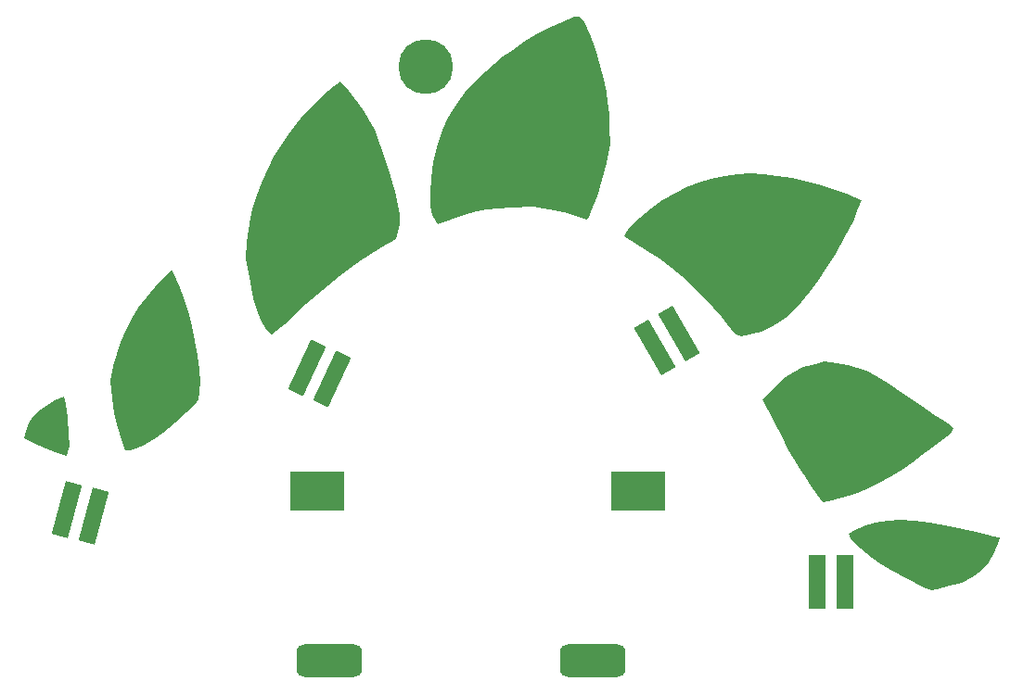
<source format=gbr>
%TF.GenerationSoftware,KiCad,Pcbnew,6.0.7-f9a2dced07~116~ubuntu20.04.1*%
%TF.CreationDate,2022-09-11T18:48:07+02:00*%
%TF.ProjectId,demoDino,64656d6f-4469-46e6-9f2e-6b696361645f,rev?*%
%TF.SameCoordinates,Original*%
%TF.FileFunction,Soldermask,Bot*%
%TF.FilePolarity,Negative*%
%FSLAX46Y46*%
G04 Gerber Fmt 4.6, Leading zero omitted, Abs format (unit mm)*
G04 Created by KiCad (PCBNEW 6.0.7-f9a2dced07~116~ubuntu20.04.1) date 2022-09-11 18:48:07*
%MOMM*%
%LPD*%
G01*
G04 APERTURE LIST*
G04 Aperture macros list*
%AMRoundRect*
0 Rectangle with rounded corners*
0 $1 Rounding radius*
0 $2 $3 $4 $5 $6 $7 $8 $9 X,Y pos of 4 corners*
0 Add a 4 corners polygon primitive as box body*
4,1,4,$2,$3,$4,$5,$6,$7,$8,$9,$2,$3,0*
0 Add four circle primitives for the rounded corners*
1,1,$1+$1,$2,$3*
1,1,$1+$1,$4,$5*
1,1,$1+$1,$6,$7*
1,1,$1+$1,$8,$9*
0 Add four rect primitives between the rounded corners*
20,1,$1+$1,$2,$3,$4,$5,0*
20,1,$1+$1,$4,$5,$6,$7,0*
20,1,$1+$1,$6,$7,$8,$9,0*
20,1,$1+$1,$8,$9,$2,$3,0*%
%AMRotRect*
0 Rectangle, with rotation*
0 The origin of the aperture is its center*
0 $1 length*
0 $2 width*
0 $3 Rotation angle, in degrees counterclockwise*
0 Add horizontal line*
21,1,$1,$2,0,0,$3*%
G04 Aperture macros list end*
%ADD10C,5.000000*%
%ADD11RotRect,1.524000X5.000000X345.000000*%
%ADD12R,5.000000X3.600000*%
%ADD13RoundRect,0.750000X2.250000X0.750000X-2.250000X0.750000X-2.250000X-0.750000X2.250000X-0.750000X0*%
%ADD14RotRect,1.524000X5.000000X30.000000*%
%ADD15R,1.524000X5.000000*%
%ADD16RotRect,1.524000X5.000000X335.000000*%
G04 APERTURE END LIST*
%TO.C,svg2mod*%
G36*
X57355540Y-50209368D02*
G01*
X57785009Y-51161971D01*
X58194898Y-52298513D01*
X58574969Y-53565594D01*
X58914982Y-54909812D01*
X59204698Y-56277767D01*
X59433879Y-57616057D01*
X59592284Y-58871281D01*
X59669674Y-59990038D01*
X59655811Y-60918928D01*
X59540455Y-61604549D01*
X59208647Y-62052974D01*
X58464361Y-62802737D01*
X57448494Y-63720366D01*
X56301945Y-64672388D01*
X55474204Y-65224504D01*
X54442630Y-65791042D01*
X53336563Y-66284727D01*
X52845192Y-66217944D01*
X52579963Y-65537881D01*
X52336104Y-64718512D01*
X52076690Y-63914028D01*
X51835537Y-62885065D01*
X51635585Y-61525990D01*
X51464972Y-59931835D01*
X51766149Y-58566970D01*
X52060360Y-57436358D01*
X52437100Y-56335732D01*
X52895610Y-55266423D01*
X53435136Y-54229760D01*
X54054919Y-53227075D01*
X54754205Y-52259699D01*
X55532235Y-51328963D01*
X56388254Y-50436197D01*
X57109033Y-49732677D01*
X57355540Y-50209368D01*
G37*
G36*
X94779290Y-27163753D02*
G01*
X95293089Y-28263185D01*
X95746141Y-29560507D01*
X96191842Y-31138069D01*
X96516619Y-32394264D01*
X96743772Y-33454895D01*
X96896605Y-34445768D01*
X96998418Y-35492688D01*
X97072514Y-36721458D01*
X97152613Y-38325222D01*
X96768808Y-39969164D01*
X96365679Y-41508360D01*
X95897920Y-43027390D01*
X95458034Y-44247134D01*
X95138523Y-44888472D01*
X94923189Y-45132649D01*
X93963625Y-44795525D01*
X92861928Y-44483367D01*
X91560637Y-44206263D01*
X90117212Y-43954124D01*
X88096417Y-44047045D01*
X86898068Y-44131401D01*
X85778342Y-44262287D01*
X84914141Y-44419024D01*
X84914143Y-44419024D01*
X83746072Y-44743031D01*
X82568745Y-45130159D01*
X81384828Y-45562235D01*
X81173586Y-45350995D01*
X80871749Y-44778451D01*
X80711691Y-43868060D01*
X80684168Y-42703266D01*
X80779940Y-41367511D01*
X80989762Y-39944239D01*
X81304394Y-38516892D01*
X81714592Y-37168914D01*
X82211115Y-35983748D01*
X82707700Y-35129950D01*
X83373547Y-34179615D01*
X84117578Y-33253935D01*
X84848714Y-32474104D01*
X85767378Y-31608913D01*
X86561521Y-30907666D01*
X87336576Y-30285761D01*
X88197977Y-29658599D01*
X89251160Y-28941579D01*
X90383408Y-28257105D01*
X91668327Y-27584054D01*
X92897847Y-27018186D01*
X93863900Y-26655262D01*
X94358418Y-26591041D01*
X94779290Y-27163753D01*
G37*
G36*
X47385754Y-61979803D02*
G01*
X47552100Y-63312379D01*
X47685405Y-64768503D01*
X47724509Y-65779014D01*
X47724505Y-65779014D01*
X47536174Y-66731589D01*
X46911779Y-66586125D01*
X45811407Y-66166315D01*
X44649325Y-65630209D01*
X43638928Y-65111459D01*
X43687439Y-64765338D01*
X43922346Y-63975597D01*
X44396507Y-63231696D01*
X45104579Y-62542018D01*
X46419801Y-61665664D01*
X47247522Y-61339938D01*
X47385754Y-61979803D01*
G37*
G36*
X124870915Y-72666184D02*
G01*
X126240735Y-72812928D01*
X127717630Y-73065786D01*
X129306250Y-73424711D01*
X130509198Y-73720163D01*
X131512237Y-73956493D01*
X132098218Y-74082534D01*
X132652878Y-74180434D01*
X132558213Y-74568326D01*
X132207822Y-75568986D01*
X131680452Y-76460565D01*
X130993616Y-77226982D01*
X130164830Y-77852158D01*
X129211607Y-78320011D01*
X128151462Y-78614461D01*
X126951242Y-78914740D01*
X126951290Y-78914744D01*
X126452878Y-79036494D01*
X125758389Y-78812028D01*
X124264198Y-78046246D01*
X122851501Y-77285470D01*
X121849428Y-76678238D01*
X120978709Y-76038624D01*
X119960074Y-75180700D01*
X119011003Y-74313813D01*
X118883579Y-73887743D01*
X119465172Y-73525859D01*
X120369373Y-73141312D01*
X121357398Y-72863119D01*
X122433897Y-72691232D01*
X123603519Y-72625603D01*
X124870915Y-72666184D01*
G37*
G36*
X117805486Y-58275199D02*
G01*
X118779227Y-58447267D01*
X119646118Y-58672674D01*
X120498947Y-58998597D01*
X121430506Y-59472210D01*
X122533586Y-60140691D01*
X123900976Y-61051213D01*
X125625468Y-62250954D01*
X126582004Y-62905002D01*
X127424670Y-63448741D01*
X127971033Y-63764455D01*
X128451985Y-64169880D01*
X128200199Y-64698556D01*
X127141064Y-65507139D01*
X126477295Y-65995627D01*
X125590850Y-66692847D01*
X124743785Y-67342069D01*
X123842016Y-67952224D01*
X122794878Y-68580946D01*
X121511708Y-69285869D01*
X120458197Y-69814870D01*
X119484316Y-70209891D01*
X118264002Y-70603189D01*
X118264002Y-70603186D01*
X117037091Y-70912152D01*
X116531892Y-71004183D01*
X115990608Y-70277528D01*
X115449323Y-69451983D01*
X114901148Y-68618264D01*
X114467595Y-67993796D01*
X113973335Y-67198054D01*
X113405965Y-66209427D01*
X112753082Y-65006303D01*
X112002283Y-63567070D01*
X110971076Y-61560184D01*
X112107187Y-60454198D01*
X112983177Y-59677841D01*
X113838836Y-59094445D01*
X114750982Y-58659772D01*
X115796431Y-58329583D01*
X116676234Y-58103239D01*
X117805486Y-58275199D01*
G37*
G36*
X111080526Y-41011841D02*
G01*
X112348739Y-41159365D01*
X113699009Y-41387422D01*
X115077937Y-41683371D01*
X116432127Y-42034565D01*
X117708181Y-42428364D01*
X118852702Y-42852123D01*
X119812291Y-43293198D01*
X120061499Y-43423922D01*
X119766330Y-44178458D01*
X119285934Y-45293849D01*
X118462087Y-46850435D01*
X117657463Y-48271808D01*
X116869790Y-49560538D01*
X116096797Y-50719195D01*
X115336215Y-51750350D01*
X114585770Y-52656574D01*
X113843193Y-53440438D01*
X113106213Y-54104512D01*
X112372558Y-54651367D01*
X111639958Y-55083573D01*
X110906141Y-55403703D01*
X110168836Y-55614325D01*
X109034197Y-55808385D01*
X108429515Y-55591312D01*
X107812850Y-54768557D01*
X107291356Y-54085816D01*
X106539931Y-53221482D01*
X105634284Y-52256247D01*
X104650123Y-51270802D01*
X103663158Y-50345835D01*
X102696319Y-49531033D01*
X101636840Y-48741682D01*
X100513514Y-47998002D01*
X99355132Y-47320216D01*
X98373905Y-46651368D01*
X98856553Y-45928907D01*
X99821672Y-45001563D01*
X100828017Y-44165685D01*
X101872126Y-43422824D01*
X102950542Y-42774529D01*
X104059806Y-42222353D01*
X105196457Y-41767844D01*
X106357038Y-41412553D01*
X107538089Y-41158031D01*
X108736152Y-41005828D01*
X109947766Y-40957494D01*
X111080526Y-41011841D01*
G37*
G36*
X73087390Y-33180644D02*
G01*
X73535224Y-33715690D01*
X74101004Y-34505127D01*
X74662243Y-35378046D01*
X75604313Y-36937481D01*
X76525496Y-39563978D01*
X77077130Y-41215299D01*
X77481644Y-42614108D01*
X77744583Y-43791174D01*
X77871493Y-44777264D01*
X77867919Y-45603148D01*
X77739405Y-46299592D01*
X77549410Y-46944489D01*
X76174350Y-47743017D01*
X75304518Y-48275570D01*
X74374419Y-48895825D01*
X73400449Y-49591045D01*
X72399003Y-50348494D01*
X71386477Y-51155438D01*
X70379268Y-51999140D01*
X69393770Y-52866864D01*
X68446380Y-53745875D01*
X67789792Y-54349394D01*
X67049283Y-55000869D01*
X67049282Y-55000875D01*
X66191747Y-55626304D01*
X65655947Y-55043914D01*
X65189523Y-54274294D01*
X64838692Y-53432972D01*
X64548596Y-52355744D01*
X64264383Y-50878410D01*
X63885201Y-48685886D01*
X63974645Y-47170290D01*
X64082941Y-46078679D01*
X64277599Y-44970407D01*
X64554648Y-43852593D01*
X64910113Y-42732355D01*
X65340022Y-41616813D01*
X65840403Y-40513085D01*
X66407281Y-39428290D01*
X67036684Y-38369547D01*
X67724640Y-37343974D01*
X68467175Y-36358691D01*
X69260316Y-35420817D01*
X70100091Y-34537470D01*
X70982526Y-33715769D01*
X71903649Y-32962833D01*
X72454607Y-32542676D01*
X73087390Y-33180644D01*
G37*
%TD*%
D10*
%TO.C,svg2mod*%
X80250000Y-31200000D03*
%TD*%
D11*
%TO.C,D4*%
X47523275Y-71628275D03*
X49976726Y-72285675D03*
%TD*%
D12*
%TO.C,BT1*%
X99650000Y-70000000D03*
X70350000Y-70000000D03*
%TD*%
D13*
%TO.C,SW1*%
X95500000Y-85500000D03*
X71500000Y-85500000D03*
%TD*%
D14*
%TO.C,D2*%
X101150148Y-56834475D03*
X103349852Y-55564475D03*
%TD*%
D15*
%TO.C,D1*%
X116000000Y-78250000D03*
X118540000Y-78250000D03*
%TD*%
D16*
%TO.C,D3*%
X69447978Y-58676550D03*
X71750000Y-59750000D03*
%TD*%
M02*

</source>
